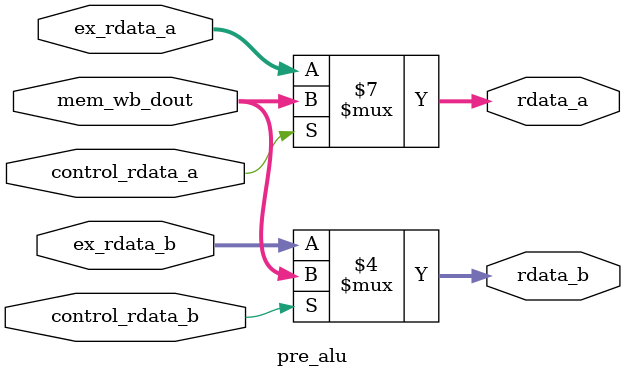
<source format=v>
module pre_alu(
    input [31:0] ex_rdata_a,
    input [31:0] ex_rdata_b,
    input [31:0] mem_wb_dout,
    input control_rdata_a,
    input control_rdata_b,
    output [31:0] rdata_a,
    output [31:0] rdata_b
);

always @(*) begin 
    if(control_rdata_a)
        rdata_a <= mem_wb_dout;
    else
        rdata_a <= ex_rdata_a;
end 

always @(*) begin 
    if(control_rdata_b) 
        rdata_b <= mem_wb_dout;
    else 
        rdata_b <= ex_rdata_b;
end 
    

endmodule 
</source>
